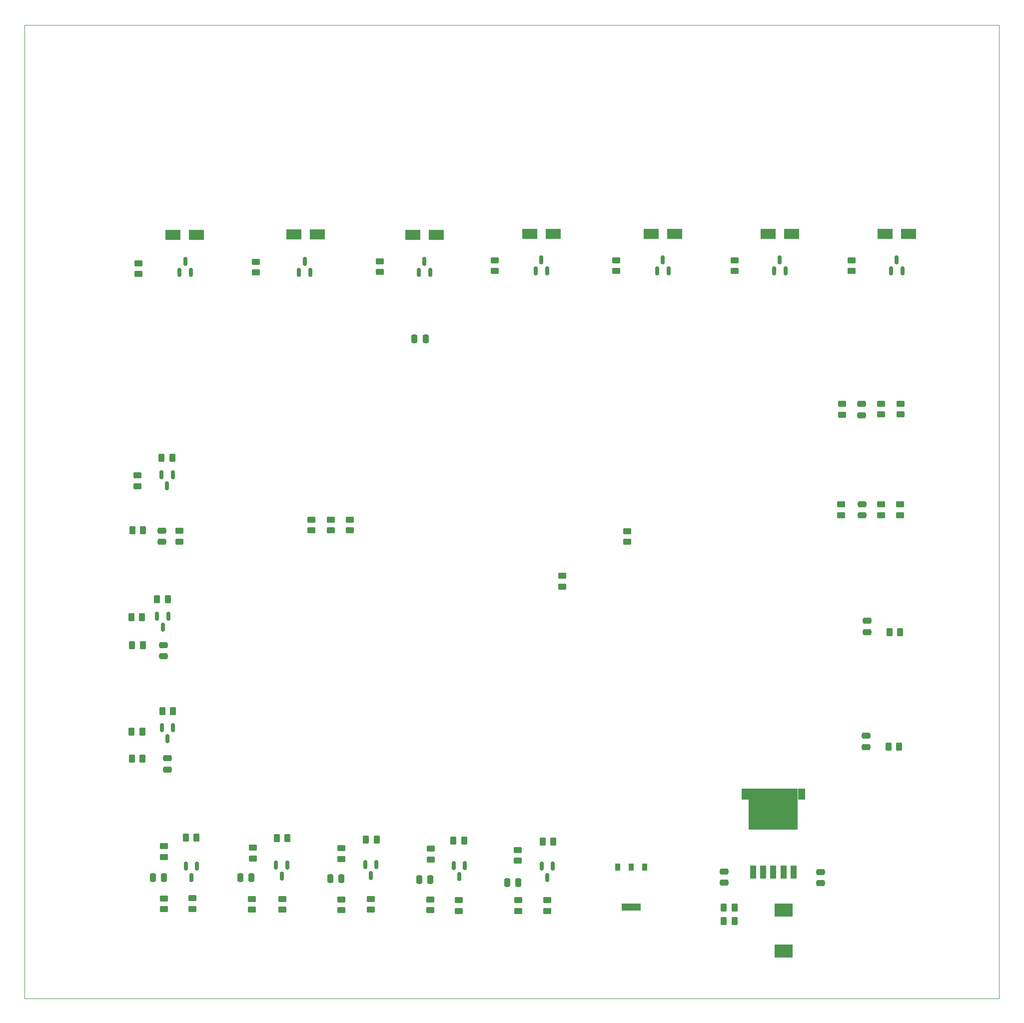
<source format=gbr>
%TF.GenerationSoftware,KiCad,Pcbnew,(6.0.7)*%
%TF.CreationDate,2022-10-24T16:35:41-03:00*%
%TF.ProjectId,PCB_Prototipo_Proyecto_Final,5043425f-5072-46f7-946f-7469706f5f50,rev?*%
%TF.SameCoordinates,PX7e4946aPYc6a19c0*%
%TF.FileFunction,Paste,Bot*%
%TF.FilePolarity,Positive*%
%FSLAX46Y46*%
G04 Gerber Fmt 4.6, Leading zero omitted, Abs format (unit mm)*
G04 Created by KiCad (PCBNEW (6.0.7)) date 2022-10-24 16:35:41*
%MOMM*%
%LPD*%
G01*
G04 APERTURE LIST*
G04 Aperture macros list*
%AMRoundRect*
0 Rectangle with rounded corners*
0 $1 Rounding radius*
0 $2 $3 $4 $5 $6 $7 $8 $9 X,Y pos of 4 corners*
0 Add a 4 corners polygon primitive as box body*
4,1,4,$2,$3,$4,$5,$6,$7,$8,$9,$2,$3,0*
0 Add four circle primitives for the rounded corners*
1,1,$1+$1,$2,$3*
1,1,$1+$1,$4,$5*
1,1,$1+$1,$6,$7*
1,1,$1+$1,$8,$9*
0 Add four rect primitives between the rounded corners*
20,1,$1+$1,$2,$3,$4,$5,0*
20,1,$1+$1,$4,$5,$6,$7,0*
20,1,$1+$1,$6,$7,$8,$9,0*
20,1,$1+$1,$8,$9,$2,$3,0*%
G04 Aperture macros list end*
%TA.AperFunction,Profile*%
%ADD10C,0.100000*%
%TD*%
%ADD11RoundRect,0.250000X0.262500X0.450000X-0.262500X0.450000X-0.262500X-0.450000X0.262500X-0.450000X0*%
%ADD12RoundRect,0.150000X-0.150000X0.587500X-0.150000X-0.587500X0.150000X-0.587500X0.150000X0.587500X0*%
%ADD13RoundRect,0.250000X-0.450000X0.262500X-0.450000X-0.262500X0.450000X-0.262500X0.450000X0.262500X0*%
%ADD14RoundRect,0.250000X0.250000X0.475000X-0.250000X0.475000X-0.250000X-0.475000X0.250000X-0.475000X0*%
%ADD15RoundRect,0.250000X0.450000X-0.262500X0.450000X0.262500X-0.450000X0.262500X-0.450000X-0.262500X0*%
%ADD16R,2.500000X1.800000*%
%ADD17R,0.950000X1.250000*%
%ADD18R,3.200000X1.250000*%
%ADD19RoundRect,0.250000X0.475000X-0.250000X0.475000X0.250000X-0.475000X0.250000X-0.475000X-0.250000X0*%
%ADD20R,3.100000X2.200000*%
%ADD21RoundRect,0.250000X-0.262500X-0.450000X0.262500X-0.450000X0.262500X0.450000X-0.262500X0.450000X0*%
%ADD22RoundRect,0.250000X-0.475000X0.250000X-0.475000X-0.250000X0.475000X-0.250000X0.475000X0.250000X0*%
%ADD23RoundRect,0.150000X0.150000X-0.587500X0.150000X0.587500X-0.150000X0.587500X-0.150000X-0.587500X0*%
%ADD24R,1.070000X2.160000*%
%ADD25R,1.235000X1.910000*%
%ADD26R,8.330000X6.990000*%
G04 APERTURE END LIST*
D10*
X0Y0D02*
X165100000Y0D01*
X165100000Y0D02*
X165100000Y164940000D01*
X165100000Y164940000D02*
X0Y164940000D01*
X0Y164940000D02*
X0Y0D01*
D11*
%TO.C,R34*%
X44541786Y27130000D03*
X42716786Y27130000D03*
%TD*%
D12*
%TO.C,Q7*%
X23249286Y45867500D03*
X25149286Y45867500D03*
X24199286Y43992500D03*
%TD*%
D13*
%TO.C,R17*%
X145119286Y100732500D03*
X145119286Y98907500D03*
%TD*%
D12*
%TO.C,Q2*%
X87579286Y22367500D03*
X89479286Y22367500D03*
X88529286Y20492500D03*
%TD*%
%TO.C,Q8*%
X22439286Y64767500D03*
X24339286Y64767500D03*
X23389286Y62892500D03*
%TD*%
D14*
%TO.C,C3*%
X53679286Y20330000D03*
X51779286Y20330000D03*
%TD*%
D15*
%TO.C,R25*%
X19109286Y86797500D03*
X19109286Y88622500D03*
%TD*%
D13*
%TO.C,R3*%
X55049286Y81122500D03*
X55049286Y79297500D03*
%TD*%
D12*
%TO.C,Q3*%
X72679286Y22467500D03*
X74579286Y22467500D03*
X73629286Y20592500D03*
%TD*%
D16*
%TO.C,D5*%
X69739286Y129380000D03*
X65739286Y129380000D03*
%TD*%
D11*
%TO.C,R19*%
X148319286Y62010000D03*
X146494286Y62010000D03*
%TD*%
D15*
%TO.C,R43*%
X19299286Y124552500D03*
X19299286Y122727500D03*
%TD*%
D17*
%TO.C,U2*%
X100439286Y22244887D03*
X102739286Y22244887D03*
X105039286Y22244887D03*
D18*
X102739286Y15444887D03*
%TD*%
D15*
%TO.C,R13*%
X38629286Y23705000D03*
X38629286Y25530000D03*
%TD*%
D14*
%TO.C,C2*%
X68729286Y20130000D03*
X66829286Y20130000D03*
%TD*%
%TO.C,C20*%
X67919286Y111704000D03*
X66019286Y111704000D03*
%TD*%
D12*
%TO.C,Q4*%
X57679286Y22667500D03*
X59579286Y22667500D03*
X58629286Y20792500D03*
%TD*%
D15*
%TO.C,R10*%
X53629286Y14917500D03*
X53629286Y16742500D03*
%TD*%
%TO.C,R41*%
X51899286Y79280000D03*
X51899286Y81105000D03*
%TD*%
D14*
%TO.C,C1*%
X83629286Y19630000D03*
X81729286Y19630000D03*
%TD*%
D19*
%TO.C,C8*%
X142699286Y62060000D03*
X142699286Y63960000D03*
%TD*%
D20*
%TO.C,D1*%
X128544286Y14982500D03*
X128544286Y7982500D03*
%TD*%
D13*
%TO.C,R27*%
X88529286Y16655000D03*
X88529286Y14830000D03*
%TD*%
%TO.C,R22*%
X138289286Y83702500D03*
X138289286Y81877500D03*
%TD*%
D19*
%TO.C,C7*%
X141759286Y98820000D03*
X141759286Y100720000D03*
%TD*%
D21*
%TO.C,R16*%
X18156786Y40630000D03*
X19981786Y40630000D03*
%TD*%
D11*
%TO.C,R20*%
X148144286Y42640000D03*
X146319286Y42640000D03*
%TD*%
D22*
%TO.C,C6*%
X24189286Y40660000D03*
X24189286Y38760000D03*
%TD*%
D15*
%TO.C,R7*%
X83529286Y23330000D03*
X83529286Y25155000D03*
%TD*%
D23*
%TO.C,Q14*%
X108117286Y125087500D03*
X107167286Y123212500D03*
X109067286Y123212500D03*
%TD*%
D19*
%TO.C,C9*%
X142519286Y42600000D03*
X142519286Y44500000D03*
%TD*%
D11*
%TO.C,R40*%
X24241786Y67590000D03*
X22416786Y67590000D03*
%TD*%
%TO.C,R26*%
X25001786Y91610000D03*
X23176786Y91610000D03*
%TD*%
D14*
%TO.C,C4*%
X38429286Y20430000D03*
X36529286Y20430000D03*
%TD*%
D23*
%TO.C,Q13*%
X127929286Y125087500D03*
X126979286Y123212500D03*
X128879286Y123212500D03*
%TD*%
D13*
%TO.C,R31*%
X58629286Y16830000D03*
X58629286Y15005000D03*
%TD*%
D15*
%TO.C,R4*%
X148359286Y98917500D03*
X148359286Y100742500D03*
%TD*%
D12*
%TO.C,Q5*%
X42579286Y22567500D03*
X44479286Y22567500D03*
X43529286Y20692500D03*
%TD*%
D23*
%TO.C,Q15*%
X47429286Y124867500D03*
X46479286Y122992500D03*
X48379286Y122992500D03*
%TD*%
D19*
%TO.C,C16*%
X118524286Y19592500D03*
X118524286Y21492500D03*
%TD*%
D11*
%TO.C,R30*%
X74454286Y26730000D03*
X72629286Y26730000D03*
%TD*%
D12*
%TO.C,Q1*%
X23189286Y88687500D03*
X25089286Y88687500D03*
X24139286Y86812500D03*
%TD*%
D15*
%TO.C,R21*%
X145119286Y81885000D03*
X145119286Y83710000D03*
%TD*%
D22*
%TO.C,C10*%
X141829286Y83710000D03*
X141829286Y81810000D03*
%TD*%
D15*
%TO.C,R47*%
X91099286Y69775000D03*
X91099286Y71600000D03*
%TD*%
%TO.C,R45*%
X60179286Y124870000D03*
X60179286Y123045000D03*
%TD*%
D21*
%TO.C,R51*%
X118426786Y13100000D03*
X120251786Y13100000D03*
%TD*%
D15*
%TO.C,R15*%
X23629286Y23930000D03*
X23629286Y25755000D03*
%TD*%
D16*
%TO.C,D7*%
X110117286Y129484000D03*
X106117286Y129484000D03*
%TD*%
D22*
%TO.C,C13*%
X134874286Y21422500D03*
X134874286Y19522500D03*
%TD*%
D15*
%TO.C,R18*%
X138489286Y98867500D03*
X138489286Y100692500D03*
%TD*%
%TO.C,R14*%
X23629286Y15117500D03*
X23629286Y16942500D03*
%TD*%
%TO.C,R9*%
X68829286Y23517500D03*
X68829286Y25342500D03*
%TD*%
%TO.C,R46*%
X102039286Y77319500D03*
X102039286Y79144500D03*
%TD*%
%TO.C,R44*%
X140121286Y125062500D03*
X140121286Y123237500D03*
%TD*%
D11*
%TO.C,R28*%
X89554286Y26530000D03*
X87729286Y26530000D03*
%TD*%
%TO.C,R38*%
X25131786Y48680000D03*
X23306786Y48680000D03*
%TD*%
D23*
%TO.C,Q12*%
X67731286Y124833500D03*
X66781286Y122958500D03*
X68681286Y122958500D03*
%TD*%
D13*
%TO.C,R35*%
X28429286Y16955000D03*
X28429286Y15130000D03*
%TD*%
%TO.C,R33*%
X43629286Y16842500D03*
X43629286Y15017500D03*
%TD*%
D23*
%TO.C,Q10*%
X27189286Y124897500D03*
X26239286Y123022500D03*
X28139286Y123022500D03*
%TD*%
D15*
%TO.C,R11*%
X53629286Y23617500D03*
X53629286Y25442500D03*
%TD*%
D14*
%TO.C,C5*%
X23629286Y20430000D03*
X21729286Y20430000D03*
%TD*%
D11*
%TO.C,R39*%
X19894286Y64570000D03*
X18069286Y64570000D03*
%TD*%
D15*
%TO.C,R12*%
X38529286Y15017500D03*
X38529286Y16842500D03*
%TD*%
%TO.C,R50*%
X39179286Y124792500D03*
X39179286Y122967500D03*
%TD*%
D16*
%TO.C,D6*%
X129929286Y129484000D03*
X125929286Y129484000D03*
%TD*%
D15*
%TO.C,R8*%
X68729286Y14917500D03*
X68729286Y16742500D03*
%TD*%
D22*
%TO.C,C11*%
X23469286Y59870000D03*
X23469286Y57970000D03*
%TD*%
D24*
%TO.C,U1*%
X130239286Y21391500D03*
X128539286Y21391500D03*
D25*
X131621286Y34606500D03*
D26*
X126839286Y32066500D03*
D24*
X126839286Y21391500D03*
D25*
X122057286Y34606500D03*
D24*
X125139286Y21391500D03*
X123439286Y21391500D03*
%TD*%
D11*
%TO.C,R37*%
X19921786Y45170000D03*
X18096786Y45170000D03*
%TD*%
D23*
%TO.C,Q11*%
X147741286Y125087500D03*
X146791286Y123212500D03*
X148691286Y123212500D03*
%TD*%
D15*
%TO.C,R6*%
X83629286Y14805000D03*
X83629286Y16630000D03*
%TD*%
D16*
%TO.C,D3*%
X29129286Y129320000D03*
X25129286Y129320000D03*
%TD*%
D15*
%TO.C,R1*%
X48559286Y79280000D03*
X48559286Y81105000D03*
%TD*%
%TO.C,R42*%
X79669286Y125062500D03*
X79669286Y123237500D03*
%TD*%
D23*
%TO.C,Q9*%
X87543286Y125087500D03*
X86593286Y123212500D03*
X88493286Y123212500D03*
%TD*%
D12*
%TO.C,Q6*%
X27279286Y22367500D03*
X29179286Y22367500D03*
X28229286Y20492500D03*
%TD*%
D11*
%TO.C,R32*%
X59641786Y26930000D03*
X57816786Y26930000D03*
%TD*%
D16*
%TO.C,D4*%
X149741286Y129484000D03*
X145741286Y129484000D03*
%TD*%
D11*
%TO.C,R52*%
X120251786Y15400000D03*
X118426786Y15400000D03*
%TD*%
D15*
%TO.C,R48*%
X120309286Y125062500D03*
X120309286Y123237500D03*
%TD*%
D13*
%TO.C,R5*%
X148309286Y83682500D03*
X148309286Y81857500D03*
%TD*%
D15*
%TO.C,R49*%
X100243286Y125062500D03*
X100243286Y123237500D03*
%TD*%
D21*
%TO.C,R24*%
X18216786Y79290000D03*
X20041786Y79290000D03*
%TD*%
%TO.C,R23*%
X18169286Y59830000D03*
X19994286Y59830000D03*
%TD*%
D16*
%TO.C,D8*%
X49589286Y129460000D03*
X45589286Y129460000D03*
%TD*%
D11*
%TO.C,R36*%
X29129286Y27230000D03*
X27304286Y27230000D03*
%TD*%
D16*
%TO.C,D2*%
X89543286Y129484000D03*
X85543286Y129484000D03*
%TD*%
D22*
%TO.C,C12*%
X23259286Y79250000D03*
X23259286Y77350000D03*
%TD*%
D15*
%TO.C,R2*%
X26229286Y77390000D03*
X26229286Y79215000D03*
%TD*%
D13*
%TO.C,R29*%
X73529286Y16642500D03*
X73529286Y14817500D03*
%TD*%
M02*

</source>
